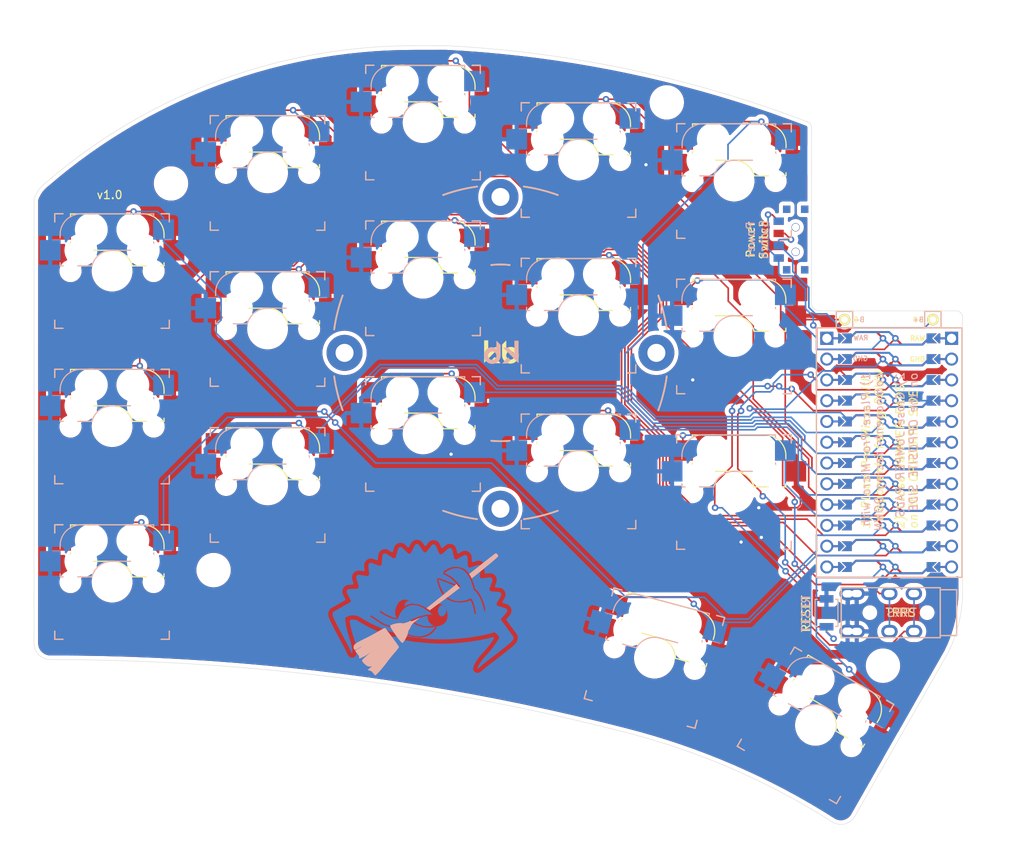
<source format=kicad_pcb>
(kicad_pcb (version 20211014) (generator pcbnew)
  (layers (0 "F.Cu" signal) (31 "B.Cu" signal) (34 "B.Paste" user) (35 "F.Paste" user) (36 "B.SilkS" user "B.Silkscreen") (37 "F.SilkS" user "F.Silkscreen") (38 "B.Mask" user) (39 "F.Mask" user) (44 "Edge.Cuts" user))
  (net 0 "")
  (net 1 "gnd")
  (net 2 "vcc")
  (net 3 "Switch18")
  (net 4 "reset")
  (net 5 "Switch1")
  (net 6 "Switch2")
  (net 7 "Switch3")
  (net 8 "Switch4")
  (net 9 "Switch5")
  (net 10 "Switch6")
  (net 11 "Switch7")
  (net 12 "Switch8")
  (net 13 "Switch9")
  (net 14 "Switch10")
  (net 15 "Switch11")
  (net 16 "Switch12")
  (net 17 "Switch13")
  (net 18 "Switch14")
  (net 19 "Switch15")
  (net 20 "Switch16")
  (net 21 "Switch17")
  (net 22 "raw")
  (net 23 "BT+_r")
  (net 24 "Net-(SW_POWERR1-Pad1)")
  (footprint "kbd:1pin_conn" (layer "F.Cu") (at 145.288 82.931)
    (fp_text reference "Bat+r1" hide)
    (fp_text value "MountingHole_Pad" hide)
  )
  (footprint "kbd:1pin_conn" (layer "F.Cu") (at 134.493 82.931)
    (fp_text reference "BatGND1" hide)
    (fp_text value "MountingHole_Pad" hide)
  )
  (footprint "Keyswitches by Daprice:Kailh_socket_MX_reversible_sameside" (layer "F.Cu") (at 45 77)
    (fp_text reference "SW2" hide)
    (fp_text value "SW_Push" hide)
  )
  (footprint "Keyswitches by Daprice:Kailh_socket_MX_reversible_sameside" (layer "F.Cu") (at 64 65)
    (fp_text reference "SW3" hide)
    (fp_text value "SW_Push" hide)
  )
  (footprint "Keyswitches by Daprice:Kailh_socket_MX_reversible_sameside" (layer "F.Cu") (at 83 58.86)
    (fp_text reference "SW4" hide)
    (fp_text value "SW_Push" hide)
  )
  (footprint "Keyswitches by Daprice:Kailh_socket_MX_reversible_sameside" (layer "F.Cu") (at 101.994 63.432)
    (fp_text reference "SW5" hide)
    (fp_text value "SW_Push" hide)
  )
  (footprint "Keyswitches by Daprice:Kailh_socket_MX_reversible_sameside" (layer "F.Cu") (at 121 66)
    (fp_text reference "SW6" hide)
    (fp_text value "SW_Push" hide)
  )
  (footprint "Keyswitches by Daprice:Kailh_socket_MX_reversible_sameside" (layer "F.Cu") (at 45 96)
    (fp_text reference "SW8" hide)
    (fp_text value "SW_Push" hide)
  )
  (footprint "Keyswitches by Daprice:Kailh_socket_MX_reversible_sameside" (layer "F.Cu") (at 64 84.074)
    (fp_text reference "SW9" hide)
    (fp_text value "SW_Push" hide)
  )
  (footprint "Keyswitches by Daprice:Kailh_socket_MX_reversible_sameside" (layer "F.Cu") (at 83 77.878)
    (fp_text reference "SW10" hide)
    (fp_text value "SW_Push" hide)
  )
  (footprint "Keyswitches by Daprice:Kailh_socket_MX_reversible_sameside" (layer "F.Cu") (at 102 82.45)
    (fp_text reference "SW11" hide)
    (fp_text value "SW_Push" hide)
  )
  (footprint "Keyswitches by Daprice:Kailh_socket_MX_reversible_sameside" (layer "F.Cu") (at 120.98 84.99)
    (fp_text reference "SW12" hide)
    (fp_text value "SW_Push" hide)
  )
  (footprint "Keyswitches by Daprice:Kailh_socket_MX_reversible_sameside" (layer "F.Cu") (at 45 115)
    (fp_text reference "SW14" hide)
    (fp_text value "SW_Push" hide)
  )
  (footprint "Keyswitches by Daprice:Kailh_socket_MX_reversible_sameside" (layer "F.Cu") (at 64.008 103.124)
    (fp_text reference "SW15" hide)
    (fp_text value "SW_Push" hide)
  )
  (footprint "Keyswitches by Daprice:Kailh_socket_MX_reversible_sameside" (layer "F.Cu") (at 102 101.468)
    (fp_text reference "SW17" hide)
    (fp_text value "SW_Push" hide)
  )
  (footprint "Keyswitches by Daprice:Kailh_socket_MX_reversible_sameside" (layer "F.Cu") (at 130.95 132.504 -30)
    (fp_text reference "SW20" hide)
    (fp_text value "SW_Push" hide)
  )
  (footprint "Keyswitches by Daprice:Kailh_socket_MX_reversible_sameside" (layer "F.Cu") (at 111.272 124.288 -15)
    (fp_text reference "SW21" hide)
    (fp_text value "SW_Push" hide)
  )
  (footprint "kbd:Tenting_Puck2" (layer "F.Cu") (at 92.456 86.995)
    (fp_text reference "REF**")
    (fp_text value "Tenting Puck")
  )
  (footprint "kbd:SW_SPST_B3U-1000P" (layer "F.Cu") (at 132.291 118.758 -90)
    (fp_text reference "RST_B" hide)
    (fp_text value "SW_Push")
  )
  (footprint "Keyswitches by Daprice:Kailh_socket_MX_reversible_sameside" (layer "F.Cu") (at 120.98 104.008)
    (fp_text reference "SW18" hide)
    (fp_text value "SW_Push" hide)
  )
  (footprint "Promicro-Jumpers:ProMicro_facedown" (layer "F.Cu") (at 139.954 99.187 -90)
    (fp_text reference "U1" hide)
    (fp_text value "ProMicro-kbd" hide)
  )
  (footprint "Kailh:TRRS-PJ-DPB2" (layer "F.Cu") (at 146.19 118.734 -90)
    (fp_text reference "J2")
    (fp_text value "AudioJack4dpb" hide)
  )
  (footprint "Keyswitches by Daprice:Kailh_socket_MX_reversible_sameside" (layer "F.Cu") (at 83 96.896)
    (fp_text reference "SW16" hide)
    (fp_text value "SW_Push" hide)
  )
  (footprint "MountingHole:MountingHole_3.2mm_M3" (layer "F.Cu") (at 52.197 66.294)
    (fp_text reference "Mounting 04" hide)
    (fp_text value "MountingHole_3.2mm_M3")
  )
  (footprint "MountingHole:MountingHole_3.2mm_M3" (layer "F.Cu") (at 57.404 113.538)
    (fp_text reference "Mounting 03" hide)
    (fp_text value "MountingHole_3.2mm_M3")
  )
  (footprint "Kailh:SPDT_C128955r" (layer "F.Cu") (at 128.524 73.152 -90)
    (fp_text reference "SW_POWERR_BK" hide)
    (fp_text value "SW_SPDT")
  )
  (footprint "MountingHole:MountingHole_3.2mm_M3" (layer "F.Cu") (at 139.192 125.222)
    (fp_text reference "Mounting 02" hide)
    (fp_text value "MountingHole_3.2mm_M3")
  )
  (footprint "MountingHole:MountingHole_3.2mm_M3" (layer "F.Cu") (at 112.776 56.388)
    (fp_text reference "Mounting 01" hide)
    (fp_text value "MountingHole_3.2mm_M3")
  )
  (footprint "Kailh:SPDT_C128955" (layer "B.Cu") (at 128.524 73.152 90)
    (fp_text reference "SW_POWERR1" hide)
    (fp_text value "SW_SPDT")
  )
  (footprint "kbd:SW_SPST_B3U-1000P" (layer "B.Cu") (at 132.289 118.758 -90)
    (fp_text reference "RST_F" hide)
    (fp_text value "SW_Push")
  )
  (footprint "Kailh:ferris_broom" (layer "B.Cu") (at 84.455 118.745 173)
    (fp_text reference "G***" hide)
    (fp_text value "LOGO" hide)
  )
  (gr_arc (start 148.162 81.866) (mid 148.69233 82.08567) (end 148.912 82.616) (layer "Edge.Cuts") (width 0.05))
  (gr_line (start 131.458 81.868917) (end 148.162 81.866) (layer "Edge.Cuts") (width 0.05))
  (gr_line (start 147.161679 123.613657) (end 135.71 143.699265) (layer "Edge.Cuts") (width 0.05))
  (gr_arc (start 148.924 116.248) (mid 148.462831 120.031316) (end 147.161679 123.613657) (layer "Edge.Cuts") (width 0.05))
  (gr_line (start 148.912 82.616) (end 148.912 113.7285) (layer "Edge.Cuts") (width 0.05))
  (gr_line (start 148.912 113.7285) (end 148.924 116.248) (layer "Edge.Cuts") (width 0.05))
  (gr_arc (start 131.458 81.868917) (mid 130.750893 81.576024) (end 130.458 80.868917) (layer "Edge.Cuts") (width 0.05))
  (gr_line (start 130.458 80.868917) (end 130.463 59.473) (layer "Edge.Cuts") (width 0.05))
  (gr_arc (start 35.465859 68.23732) (mid 36.022742 67.119147) (end 36.893 66.223) (layer "Edge.Cuts") (width 0.05))
  (gr_arc (start 85.843227 49.463504) (mid 108.303644 52.385453) (end 130.028245 58.79247) (layer "Edge.Cuts") (width 0.05))
  (gr_line (start 37.768 124.474571) (end 37.493002 124.473917) (layer "Edge.Cuts") (width 0.05))
  (gr_arc (start 107.797707 133.384137) (mid 120.821222 137.841207) (end 132.978 144.298) (layer "Edge.Cuts") (width 0.05))
  (gr_arc (start 37.768 124.474571) (mid 73.062876 126.72836) (end 107.797707 133.384137) (layer "Edge.Cuts") (width 0.05))
  (gr_arc (start 37.493002 124.473917) (mid 36.080534 123.924716) (end 35.458001 122.542999) (layer "Edge.Cuts") (width 0.05))
  (gr_arc (start 135.71 143.699265) (mid 134.468995 144.56898) (end 132.978 144.298) (layer "Edge.Cuts") (width 0.05))
  (gr_arc (start 130.028245 58.79247) (mid 130.345034 59.069226) (end 130.463 59.473) (layer "Edge.Cuts") (width 0.05))
  (gr_line (start 35.465859 68.23732) (end 35.458001 122.542999) (layer "Edge.Cuts") (width 0.05))
  (gr_line (start 85.843227 49.463504) (end 81.868 49.468) (layer "Edge.Cuts") (width 0.05))
  (gr_arc (start 36.893 66.223) (mid 57.870705 53.792798) (end 81.868 49.468) (layer "Edge.Cuts") (width 0.05))
  (gr_text "1) Place Pro-Micro with\ncomponents facing DOWN" (at 137.922 89.281 90) (layer "B.SilkS") (effects (font (size 1 1) (thickness 0.15) italic) (justify left mirror)))
  (gr_text "2) Close JUMPER PADS\non the OPPOSITE SIDE" (at 142.113 89.281 90) (layer "B.SilkS") (effects (font (size 1 1) (thickness 0.15) italic) (justify left mirror)))
  (gr_text "B+" (at 143.51 82.931) (layer "B.SilkS") (effects (font (size 0.6 0.6) (thickness 0.1)) (justify mirror)))
  (gr_text "Power\nSwitch" (at 123.825 73.152 90) (layer "B.SilkS") (effects (font (size 1 1)) (justify mirror)))
  (gr_text "GND" (at 135.4455 87.6935) (layer "B.SilkS") (effects (font (size 0.6 0.6) (thickness 0.12)) (justify right mirror)))
  (gr_text "RAW" (at 135.509 85.1535) (layer "B.SilkS") (effects (font (size 0.6 0.6) (thickness 0.12)) (justify right mirror)))
  (gr_text "B-" (at 136.271 82.931) (layer "B.SilkS") (effects (font (size 0.6 0.6) (thickness 0.1)) (justify mirror)))
  (gr_text "GND" (at 144.399 87.757) (layer "F.SilkS") (effects (font (size 0.6 0.6) (thickness 0.12)) (justify right)))
  (gr_text "B+" (at 143.51 82.931) (layer "F.SilkS") (effects (font (size 0.6 0.6) (thickness 0.1))))
  (gr_text "1) Place Pro-Micro with\ncomponents facing DOWN" (at 137.922 108.585 90) (layer "F.SilkS") (effects (font (size 1 1) (thickness 0.15) italic) (justify left)))
  (gr_text "v1.0" (at 44.704 67.691) (layer "F.SilkS") (effects (font (size 1 1))))
  (gr_text "2) Close JUMPER PADS\non the OPPOSITE SIDE" (at 142.113 108.585 90) (layer "F.SilkS") (effects (font (size 1 1) (thickness 0.15) italic) (justify left)))
  (gr_text "B-" (at 136.271 82.931) (layer "F.SilkS") (effects (font (size 0.6 0.6) (thickness 0.1))))
  (gr_text "Power\nSwitch" (at 123.825 73.152 90) (layer "F.SilkS") (effects (font (size 1 1))))
  (gr_text "RAW" (at 144.399 85.217) (layer "F.SilkS") (effects (font (size 0.6 0.6) (thickness 0.12)) (justify right)))
  (segment (start 128.54 101.468) (end 128.54 102.918) (width 0.2) (layer "F.Cu") (net 1))
  (segment (start 129.021 82.931) (end 128.54 82.45) (width 0.2) (layer "F.Cu") (net 1))
  (segment (start 139.192 89.281) (end 139.192 90.297) (width 0.2) (layer "F.Cu") (net 1))
  (segment (start 132.122999 89.196999) (end 134.027999 89.196999) (width 0.2) (layer "F.Cu") (net 1))
  (segment (start 128.54 102.918) (end 129.110026 103.488026) (width 0.2) (layer "F.Cu") (net 1))
  (segment (start 129.110026 103.488026) (end 129.110026 105.542476) (width 0.2) (layer "F.Cu") (net 1))
  (segment (start 128.54 82.45) (end 128.54 85.614) (width 0.2) (layer "F.Cu") (net 1))
  (segment (start 134.493 82.931) (end 129.021 82.931) (width 0.2) (layer "F.Cu") (net 1))
  (segment (start 128.734502 105.918) (end 124.0155 105.918) (width 0.2) (layer "F.Cu") (net 1))
  (segment (start 129.110026 105.542476) (end 128.734502 105.918) (width 0.2) (layer "F.Cu") (net 1))
  (segment (start 128.54 85.614) (end 132.122999 89.196999) (width 0.2) (layer "F.Cu") (net 1))
  (segment (start 140.716 87.757) (end 139.192 89.281) (width 0.2) (layer "F.Cu") (net 1))
  (segment (start 134.027999 89.196999) (end 135.128 90.297) (width 0.2) (layer "F.Cu") (net 1))
  (via (at 110.236 64.008) (size 0.8) (drill 0.4) (layers "F.Cu" "B.Cu") (net 1))
  (via (at 121.8565 110.109) (size 0.8) (drill 0.4) (layers "F.Cu" "B.Cu") (net 1))
  (via (at 86.4235 99.3775) (size 0.8) (drill 0.4) (layers "F.Cu" "B.Cu") (net 1))
  (via (at 124.0155 105.918) (size 0.8) (drill 0.4) (layers "F.Cu" "B.Cu") (net 1))
  (via (at 115.951 90.297) (size 0.8) (drill 0.4) (layers "F.Cu" "B.Cu") (net 1))
  (via (at 124.333 109.5375) (size 0.8) (drill 0.4) (layers "F.Cu" "B.Cu") (net 1))
  (segment (start 124.0155 109.22) (end 124.333 109.5375) (width 0.2) (layer "B.Cu") (net 1))
  (segment (start 139.192 90.297) (end 141.732 92.837) (width 0.2) (layer "B.Cu") (net 1))
  (segment (start 141.732 92.837) (end 144.78 92.837) (width 0.2) (layer "B.Cu") (net 1))
  (segment (start 124.0155 105.918) (end 124.0155 109.22) (width 0.2) (layer "B.Cu") (net 1))
  (segment (start 132.674998 122.682) (end 140.142 122.682) (width 0.2) (layer "F.Cu") (net 2))
  (segment (start 120.756533 94.08796) (end 120.756533 100.836493) (width 0.2) (layer "F.Cu") (net 2))
  (segment (start 141.79 121.034) (end 142.99 121.034) (width 0.2) (layer "F.Cu") (net 2))
  (segment (start 131.064 94.0435) (end 130.683 94.0435) (width 0.2) (layer "F.Cu") (net 2))
  (segment (start 118.636579 102.956447) (end 118.636579 105.873079) (width 0.2) (layer "F.Cu") (net 2))
  (segment (start 127.295246 113.674149) (end 129.58449 115.963393) (width 0.2) (layer "F.Cu") (net 2))
  (segment (start 118.636579 105.873079) (end 118.6815 105.918) (width 0.2) (layer "F.Cu") (net 2))
  (segment (start 125.107129 91.071129) (end 125.095 91.059) (width 0.2) (layer "F.Cu") (net 2))
  (segment (start 140.142 122.682) (end 141.79 121.034) (width 0.2) (layer "F.Cu") (net 2))
  (segment (start 120.756533 100.836493) (end 118.636579 102.956447) (width 0.2) (layer "F.Cu") (net 2))
  (segment (start 139.5095 94.0435) (end 131.064 94.0435) (width 0.2) (layer "F.Cu") (net 2))
  (segment (start 130.683 94.0435) (end 128.043425 91.403925) (width 0.2) (layer "F.Cu") (net 2))
  (segment (start 126.495012 91.071129) (end 125.107129 91.071129) (width 0.2) (layer "F.Cu") (net 2))
  (segment (start 129.58449 119.591492) (end 132.674998 122.682) (width 0.2) (layer "F.Cu") (net 2))
  (segment (start 140.716 92.837) (end 139.5095 94.0435) (width 0.2) (layer "F.Cu") (net 2))
  (segment (start 129.58449 115.963393) (end 129.58449 119.591492) (width 0.2) (layer "F.Cu") (net 2))
  (via (at 125.095 91.059) (size 0.8) (drill 0.4) (layers "F.Cu" "B.Cu") (net 2))
  (via (at 126.495012 91.071129) (size 0.8) (drill 0.4) (layers "F.Cu" "B.Cu") (net 2))
  (via (at 128.043425 91.403925) (size 0.8) (drill 0.4) (layers "F.Cu" "B.Cu") (net 2))
  (via (at 120.756533 94.08796) (size 0.8) (drill 0.4) (layers "F.Cu" "B.Cu") (net 2))
  (via (at 127.295246 113.674149) (size 0.8) (drill 0.4) (layers "F.Cu" "B.Cu") (net 2))
  (via (at 118.6815 105.918) (size 0.8) (drill 0.4) (layers "F.Cu" "B.Cu") (net 2))
  (segment (start 142.99 121.034) (end 142.99 116.424) (width 0.2) (layer "B.Cu") (net 2))
  (segment (start 119.539097 105.918) (end 127.295246 113.674149) (width 0.2) (layer "B.Cu") (net 2))
  (segment (start 120.756533 93.522275) (end 123.219808 91.059) (width 0.2) (layer "B.Cu") (net 2))
  (segment (start 142.99 116.424) (end 142.97 116.404) (width 0.2) (layer "B.Cu") (net 2))
  (segment (start 123.219808 91.059) (end 124.529315 91.059) (width 0.2) (layer "B.Cu") (net 2))
  (segment (start 124.529315 91.059) (end 125.095 91.059) (width 0.2) (layer "B.Cu") (net 2))
  (segment (start 118.6815 105.918) (end 119.539097 105.918) (width 0.2) (layer "B.Cu") (net 2))
  (segment (start 126.827808 91.403925) (end 126.495012 91.071129) (width 0.2) (layer "B.Cu") (net 2))
  (segment (start 128.043425 91.403925) (end 126.827808 91.403925) (width 0.2) (layer "B.Cu") (net 2))
  (segment (start 120.756533 94.08796) (end 120.756533 93.522275) (width 0.2) (layer "B.Cu") (net 2))
  (segment (start 128.410025 104.64079) (end 126.9365 103.167265) (width 0.2) (layer "F.Cu") (net 3))
  (segment (start 128.410025 105.206475) (end 128.410025 104.64079) (width 0.2) (layer "F.Cu") (net 3))
  (segment (start 123.363201 93.772201) (end 122.919251 93.772201) (width 0.2) (layer "F.Cu") (net 3))
  (segment (start 128.410025 112.762975) (end 130.95104 115.30399) (width 0.2) (layer "F.Cu") (net 3))
  (segment (start 130.95104 115.30399) (end 137.66999 115.30399) (width 0.2) (layer "F.Cu") (net 3))
  (segment (start 138.77 116.404) (end 139.97 116.404) (width 0.2) (layer "F.Cu") (net 3))
  (segment (start 126.9365 97.3455) (end 123.363201 93.772201) (width 0.2) (layer "F.Cu") (net 3))
  (segment (start 126.9365 103.167265) (end 126.9365 97.3455) (width 0.2) (layer "F.Cu") (net 3))
  (segment (start 137.66999 115.30399) (end 138.77 116.404) (width 0.2) (layer "F.Cu") (net 3))
  (via (at 122.919251 93.772201) (size 0.8) (drill 0.4) (layers "F.Cu" "B.Cu") (net 3))
  (via (at 128.410025 112.762975) (size 0.8) (drill 0.4) (layers "F.Cu" "B.Cu") (net 3))
  (via (at 128.410025 105.206475) (size 0.8) (drill 0.4) (layers "F.Cu" "B.Cu") (net 3))
  (segment (start 139.99 121.034) (end 139.99 116.424) (width 0.2) (layer "B.Cu") (net 3))
  (segment (start 128.410025 112.762975) (end 128.410025 105.206475) (width 0.2) (layer "B.Cu") (net 3))
  (segment (start 138.29199 88.65701) (end 133.33899 88.65701) (width 0.2) (layer "B.Cu") (net 3))
  (segment (start 132.799001 89.196999) (end 131.805999 89.196999) (width 0.2) (layer "B.Cu") (net 3))
  (segment (start 123.024039 93.876989) (end 127.126009 93.876989) (width 0.2) (layer "B.Cu") (net 3))
  (segment (start 133.33899 88.65701) (end 132.799001 89.196999) (width 0.2) (layer "B.Cu") (net 3))
  (segment (start 139.99 116.424) (end 139.97 116.404) (width 0.2) (layer "B.Cu") (net 3))
  (segment (start 122.919251 93.772201) (end 123.024039 93.876989) (width 0.2) (layer "B.Cu") (net 3))
  (segment (start 131.805999 89.196999) (end 127.126009 93.876989) (width 0.2) (layer "B.Cu") (net 3))
  (segment (start 139.192 87.757) (end 138.29199 88.65701) (width 0.2) (layer "B.Cu") (net 3))
  (segment (start 129.9845 119.3165) (end 131.126 120.458) (width 0.2) (layer "F.Cu") (net 4))
  (segment (start 131.126 120.458) (end 132.291 120.458) (width 0.2) (layer "F.Cu") (net 4))
  (segment (start 132.291 120.458) (end 132.291 121.0515) (width 0.2) (layer "F.Cu") (net 4))
  (segment (start 139.5095 91.5035) (end 131.064 91.5035) (width 0.2) (layer "F.Cu") (net 4))
  (segment (start 131.064 90.3605) (end 130.358274 89.654774) (width 0.2) (layer "F.Cu") (net 4))
  (segment (start 124.254797 104.264997) (end 124.254797 103.960197) (width 0.2) (layer "F.Cu") (net 4))
  (segment (start 140.716 90.297) (end 139.5095 91.5035) (width 0.2) (layer "F.Cu") (net 4))
  (segment (start 124.254797 103.960197) (end 121.456501 101.161901) (width 0.2) (layer "F.Cu") (net 4))
  (segment (start 129.9845 115.373452) (end 129.9845 119.3165) (width 0.2) (layer "F.Cu") (net 4))
  (segment (start 127.248922 112.591822) (end 127.248922 112.637874) (width 0.2) (layer "F.Cu") (net 4))
  (segment (start 124.5108 104.521) (end 124.254797 104.264997) (width 0.2) (layer "F.Cu") (net 4))
  (segment (start 132.291 121.0515) (end 133.1595 121.92) (width 0.2) (layer "F.Cu") (net 4))
  (segment (start 131.064 91.5035) (end 131.064 90.3605) (width 0.2) (layer "F.Cu") (net 4))
  (segment (start 121.456501 94.487959) (end 121.8565 94.08796) (width 0.2) (layer "F.Cu") (net 4))
  (segment (start 121.456501 101.161901) (end 121.456501 94.487959) (width 0.2) (layer "F.Cu") (net 4))
  (segment (start 127.248922 112.637874) (end 129.9845 115.373452) (width 0.2) (layer "F.Cu") (net 4))
  (via (at 133.1595 121.92) (size 0.8) (drill 0.4) (layers "F.Cu" "B.Cu") (net 4))
  (via (at 130.358274 89.654774) (size 0.8) (drill 0.4) (layers "F.Cu" "B.Cu") (net 4))
  (via (at 124.5108 104.521) (size 0.8) (drill 0.4) (layers "F.Cu" "B.Cu") (net 4))
  (via (at 127.248922 112.591822) (size 0.8) (drill 0.4) (layers "F.Cu" "B.Cu") (net 4))
  (via (at 121.8565 94.08796) (size 0.8) (drill 0.4) (layers "F.Cu" "B.Cu") (net 4))
  (segment (start 125.431002 91.759002) (end 123.619773 91.759002) (width 0.2) (layer "B.Cu") (net 4))
  (segment (start 127.248922 106.963436) (end 127.248922 112.591822) (width 0.2) (layer "B.Cu") (net 4))
  (segment (start 132.289 121.108) (end 132.289 120.458) (width 0.2) (layer "B.Cu") (net 4))
  (segment (start 132.701001 121.520001) (end 132.289 121.108) (width 0.2) (layer "B.Cu") (net 4))
  (segment (start 132.759501 121.520001) (end 132.701001 121.520001) (width 0.2) (layer "B.Cu") (net 4))
  (segment (start 125.795002 91.395002) (end 125.431002 91.759002) (width 0.2) (layer "B.Cu") (net 4))
  (segment (start 125.795002 90.722998) (end 125.795002 91.395002) (width 0.2) (layer "B.Cu") (net 4))
  (segment (start 124.806486 104.521) (end 127.248922 106.963436) (width 0.2) (layer "B.Cu") (net 4))
  (segment (start 121.8565 93.522275) (end 121.8565 94.08796) (width 0.2) (layer "B.Cu") (net 4))
  (segment (start 124.5108 104.521) (end 124.806486 104.521) (width 0.2) (layer "B.Cu") (net 4))
  (segment (start 130.358274 89.654774) (end 126.863226 89.654774) (width 0.2) (layer "B.Cu") (net 4))
  (segment (start 126.863226 89.654774) (end 125.795002 90.722998) (width 0.2) (layer "B.Cu") (net 4))
  (segment (start 133.1595 121.92) (end 132.759501 121.520001) (width 0.2) (layer "B.Cu") (net 4))
  (segment (start 123.619773 91.759002) (end 121.8565 93.522275) (width 0.2) (layer "B.Cu") (net 4))
  (segment (start 38.71 71.92) (end 38.735 71.92) (width 0.2) (layer "F.Cu") (net 5))
  (segment (start 38.735 71.92) (end 40.932 69.723) (width 0.2) (layer "F.Cu") (net 5))
  (segment (start 70.9295 94.167499) (end 70.9295 94.1705) (width 0.2) (layer "F.Cu") (net 5))
  (segment (start 70.9295 94.1705) (end 72.263 95.504) (width 0.2) (layer "F.Cu") (net 5))
  (segment (start 40.932 69.723) (end 47.625 69.723) (width 0.2) (layer "F.Cu") (net 5))
  (via (at 47.625 69.723) (size 0.8) (drill 0.4) (layers "F.Cu" "B.Cu") (net 5))
  (via (at 72.263 95.504) (size 0.8) (drill 0.4) (layers "F.Cu" "B.Cu") (net 5))
  (via (at 70.9295 94.167499) (size 0.8) (drill 0.4) (layers "F.Cu" "B.Cu") (net 5))
  (segment (start 51.29 71.92) (end 51.29 73.37) (width 0.2) (layer "B.Cu") (net 5))
  (segment (start 107.7849 116.8654) (end 117.375578 116.8654) (width 0.2) (layer "B.Cu") (net 5))
  (segment (start 58.3184 80.3984) (end 58.3184 82.977947) (width 0.2) (layer "B.Cu") (net 5))
  (segment (start 57.719579 84.576913) (end 67.310165 94.167499) (width 0.2) (layer "B.Cu") (net 5))
  (segment (start 58.3184 82.977947) (end 57.719579 83.576768) (width 0.2) (layer "B.Cu") (net 5))
  (segment (start 122.740573 119.517729) (end 131.064 111.194302) (width 0.2) (layer "B.Cu") (net 5))
  (segment (start 50.543 69.723) (end 51.29 70.47) (width 0.2) (layer "B.Cu") (net 5))
  (segment (start 117.375578 116.8654) (end 120.027907 119.517729) (width 0.2) (layer "B.Cu") (net 5))
  (segment (start 57.719579 83.576768) (end 57.719579 84.576913) (width 0.2) (layer "B.Cu") (net 5))
  (segment (start 131.064 109.2835) (end 137.9855 109.2835) (width 0.2) (layer "B.Cu") (net 5))
  (segment (start 77.216 100.457) (end 91.3765 100.457) (width 0.2) (layer "B.Cu") (net 5))
  (segment (start 51.29 70.47) (end 51.29 71.92) (width 0.2) (layer "B.Cu") (net 5))
  (segment (start 51.29 73.37) (end 58.3184 80.3984) (width 0.2) (layer "B.Cu") (net 5))
  (segment (start 47.625 69.723) (end 50.543 69.723) (width 0.2) (layer "B.Cu") (net 5))
  (segment (start 72.263 95.504) (end 77.216 100.457) (width 0.2) (layer "B.Cu") (net 5))
  (segment (start 137.9855 109.2835) (end 139.192 108.077) (width 0.2) (layer "B.Cu") (net 5))
  (segment (start 120.027907 119.517729) (end 122.740573 119.517729) (width 0.2) (layer "B.Cu") (net 5))
  (segment (start 91.3765 100.457) (end 107.7849 116.8654) (width 0.2) (layer "B.Cu") (net 5))
  (segment (start 131.064 111.194302) (end 131.064 109.2835) (width 0.2) (layer "B.Cu") (net 5))
  (segment (start 67.310165 94.167499) (end 70.9295 94.167499) (width 0.2) (layer "B.Cu") (net 5))
  (segment (start 60.3145 57.3405) (end 67.1195 57.3405) (width 0.2) (layer "F.Cu") (net 6))
  (segment (start 139.36301 104.34999) (end 131.08349 104.34999) (width 0.2) (layer "F.Cu") (net 6))
  (segment (start 140.716 102.997) (end 139.36301 104.34999) (width 0.2) (layer "F.Cu") (net 6))
  (segment (start 77.20999 65.044988) (end 69.505502 57.3405) (width 0.2) (layer "F.Cu") (net 6))
  (segment (start 131.08349 104.34999) (end 130.115001 103.381501) (width 0.2) (layer "F.Cu") (net 6))
  (segment (start 120.329166 91.1225) (end 112.735041 83.528375) (width 0.2) (layer "F.Cu") (net 6))
  (segment (start 121.2792 91.1225) (end 120.329166 91.1225) (width 0.2) (layer "F.Cu") (net 6))
  (segment (start 108.134766 73.156969) (end 101.93367 73.156969) (width 0.2) (layer "F.Cu") (net 6))
  (segment (start 130.115001 103.381501) (end 130.115001 99.958301) (width 0.2) (layer "F.Cu") (net 6))
  (segment (start 67.685185 57.3405) (end 67.1195 57.3405) (width 0.2) (layer "F.Cu") (net 6))
  (segment (start 112.735041 83.528375) (end 112.735041 77.757244) (width 0.2) (layer "F.Cu") (net 6))
  (segment (start 93.82169 65.044988) (end 77.20999 65.044988) (width 0.2) (layer "F.Cu") (net 6))
  (segment (start 112.735041 77.757244) (end 108.134766 73.156969) (width 0.2) (layer "F.Cu") (net 6))
  (segment (start 57.735 59.92) (end 60.3145 57.3405) (width 0.2) (layer "F.Cu") (net 6))
  (segment (start 130.115001 99.958301) (end 121.2792 91.1225) (width 0.2) (layer "F.Cu") (net 6))
  (segment (start 69.505502 57.3405) (end 67.685185 57.3405) (width 0.2) (layer "F.Cu") (net 6))
  (segment (start 57.71 59.92) (end 57.735 59.92) (width 0.2) (layer "F.Cu") (net 6))
  (segment (start 101.93367 73.156969) (end 93.82169 65.044988) (width 0.2) (layer "F.Cu") (net 6))
  (via (at 67.1195 57.3405) (size 0.8) (drill 0.4) (layers "F.Cu" "B.Cu") (net 6))
  (segment (start 67.1195 57.3405) (end 69.699 59.92) (width 0.2) (layer "B.Cu") (net 6))
  (segment (start 69.699 59.92) (end 70.29 59.92) (width 0.2) (layer "B.Cu") (net 6))
  (segment (start 131.08349 101.80999) (end 130.515012 101.241512) (width 0.2) (layer "F.Cu") (net 7))
  (segment (start 76.71 53.78) (end 76.735 53.78) (width 0.2) (layer "F.Cu") (net 7))
  (segment (start 76.735 53.78) (end 79.207 51.308) (width 0.2) (layer "F.Cu") (net 7))
  (segment (start 139.36301 101.80999) (end 131.08349 101.80999) (width 0.2) (layer "F.Cu") (net 7))
  (segment (start 120.289521 80.676098) (end 120.289521 79.095519) (width 0.2) (layer "F.Cu") (net 7))
  (segment (start 103.931956 72.756958) (end 88.659521 57.484523) (width 0.2) (layer "F.Cu") (net 7))
  (segment (start 88.659521 52.972521) (end 86.995 51.308) (width 0.2) (layer "F.Cu") (net 7))
  (segment (start 120.289521 79.095519) (end 118.551236 77.357234) (width 0.2) (layer "F.Cu") (net 7))
  (segment (start 130.515012 101.241512) (end 130.515012 99.792612) (width 0.2) (layer "F.Cu") (net 7))
  (segment (start 79.207 51.308) (end 86.995 51.308) (width 0.2) (layer "F.Cu") (net 7))
  (segment (start 140.716 100.457) (end 139.36301 101.80999) (width 0.2) (layer "F.Cu") (net 7))
  (segment (start 130.515012 99.792612) (end 123.3424 92.62) (width 0.2) (layer "F.Cu") (net 7))
  (segment (start 123.3424 92.62) (end 123.3424 83.728977) (width 0.2) (layer "F.Cu") (net 7))
  (segment (start 108.300455 72.756958) (end 103.931956 72.756958) (width 0.2) (layer "F.Cu") (net 7))
  (segment (start 118.551236 77.357234) (end 112.90073 77.357233) (width 0.2) (layer "F.Cu") (net 7))
  (segment (start 88.659521 57.484523) (end 88.659521 52.972521) (width 0.2) (layer "F.Cu") (net 7))
  (segment (start 123.3424 83.728977) (end 120.289521 80.676098) (width 0.2) (layer "F.Cu") (net 7))
  (segment (start 112.90073 77.357233) (end 108.300455 72.756958) (width 0.2) (layer "F.Cu") (net 7))
  (via (at 86.995 51.308) (size 0.8) (drill 0.4) (layers "F.Cu" "B.Cu") (net 7))
  (segment (start 89.29 53.603) (end 89.29 53.78) (width 0.2) (layer "B.Cu") (net 7))
  (segment (start 86.995 51.308) (end 89.29 53.603) (width 0.2) (layer "B.Cu") (net 7))
  (segment (start 98.074 56.007) (end 105.3465 56.007) (width 0.2) (layer "F.Cu") (net 8))
  (segment (start 140.716 97.917) (end 139.36301 99.26999) (width 0.2) (layer "F.Cu") (net 8))
  (segment (start 127.260421 85.487232) (end 127.260421 84.309021) (width 0.2) (layer "F.Cu") (net 8))
  (segment (start 113.066418 66.792416) (end 113.066418 61.339416) (width 0.2) (layer "F.Cu") (net 8))
  (segment (start 95.729 58.352) (end 98.074 56.007) (width 0.2) (layer "F.Cu") (net 8))
  (segment (start 126.6952 80.421198) (end 113.066418 66.792416) (width 0.2) (layer "F.Cu") (net 8))
  (segment (start 127.260421 84.309021) (end 126.6952 83.7438) (width 0.2) (layer "F.Cu") (net 8))
  (segment (start 107.734002 56.007) (end 105.3465 56.007) (width 0.2) (layer "F.Cu") (net 8))
  (segment (start 139.36301 99.26999) (end 131.08349 99.26999) (width 0.2) (layer "F.Cu") (net 8))
  (segment (start 95.704 58.352) (end 95.729 58.352) (width 0.2) (layer "F.Cu") (net 8))
  (segment (start 126.6952 83.7438) (end 126.6952 80.421198) (width 0.2) (layer "F.Cu") (net 8))
  (segment (start 127.254 95.4405) (end 127.254 85.493653) (width 0.2) (layer "F.Cu") (net 8))
  (segment (start 113.066418 61.339416) (end 107.734002 56.007) (width 0.2) (layer "F.Cu") (net 8))
  (segment (start 127.254 85.493653) (end 127.260421 85.487232) (width 0.2) (layer "F.Cu") (net 8))
  (segment (start 131.08349 99.26999) (end 127.254 95.4405) (width 0.2) (layer "F.Cu") (net 8))
  (via (at 105.3465 56.007) (size 0.8) (drill 0.4) (layers "F.Cu" "B.Cu") (net 8))
  (segment (start 107.6915 58.352) (end 108.284 58.352) (width 0.2) (layer "B.Cu") (net 8))
  (segment (start 105.3465 56.007) (end 107.6915 58.352) (width 0.2) (layer "B.Cu") (net 8))
  (segment (start 116.9175 58.7375) (end 124.333 58.7375) (width 0.2) (layer "F.Cu") (net 9))
  (segment (start 114.735 60.92) (end 116.9175 58.7375) (width 0.2) (layer "F.Cu") (net 9))
  (segment (start 114.71 60.92) (end 114.735 60.92) (width 0.2) (layer "F.Cu") (net 9))
  (via (at 124.333 58.7375) (size 0.8) (drill 0.4) (layers "F.Cu" "B.Cu") (net 9))
  (segment (start 107.696 91.031902) (end 111.452058 94.78796) (width 0.2) (layer "B.Cu") (net 9))
  (segment (start 122.893244 94.78796) (end 123.404205 94.276999) (width 0.2) (layer "B.Cu") (net 9))
  (segment (start 109.865001 84.935997) (end 107.696 87.104998) (width 0.2) (layer "B.Cu") (net 9))
  (segment (start 124.333 58.7375) (end 123.058498 58.7375) (width 0.2) (layer "B.Cu") (net 9))
  (segment (start 123.058498 58.7375) (end 120.260001 61.535997) (width 0.2) (layer "B.Cu") (net 9))
  (segment (start 126.5155 60.92) (end 127.29 60.92) (width 0.2) (layer "B.Cu") (net 9))
  (segment (start 120.260001 63.376212) (end 109.865001 73.771212) (width 0.2) (layer "B.Cu") (net 9))
  (segment (start 111.452058 94.78796) (end 122.893244 94.78796) (width 0.2) (layer "B.Cu") (net 9))
  (segment (start 107.696 87.104998) (end 107.696 91.031902) (width 0.2) (layer "B.Cu") (net 9))
  (segment (start 134.027999 94.276999) (end 135.128 95.377) (width 0.2) (layer "B.Cu") (net 9))
  (segment (start 124.333 58.7375) (end 126.5155 60.92) (width 0.2) (layer "B.Cu") (net 9))
  (segment (start 123.404205 94.276999) (end 134.027999 94.276999) (width 0.2) (layer "B.Cu") (net 9))
  (segment (start 120.260001 61.535997) (end 120.260001 63.376212) (width 0.2) (layer "B.Cu") (net 9))
  (segment (start 109.865001 73.771212) (end 109.865001 84.935997) (width 0.2) (layer "B.Cu") (net 9))
  (segment (start 93.656001 65.444999) (end 101.767981 73.55698) (width 0.2) (layer "F.Cu") (net 10))
  (segment (start 38.71 90.92) (end 38.735 90.92) (width 0.2) (layer "F.Cu") (net 10))
  (segment (start 112.33503 77.922933) (end 112.33503 82.52907) (width 0.2) (layer "F.Cu") (net 10))
  (segment (start 139.36301 106.88999) (end 140.556902 105.696098) (width 0.2) (layer "F.Cu") (net 10))
  (segment (start 117.078657 106.88999) (end 139.36301 106.88999) (width 0.2) (layer "F.Cu") (net 10))
  (segment (start 108.458 92.964) (end 113.114999 97.620999) (width 0.2) (layer "F.Cu") (net 10))
  (segment (start 38.735 90.92) (end 41.0725 88.5825) (width 0.2) (layer "F.Cu") (net 10))
  (segment (start 107.969077 73.55698) (end 112.33503 77.922933) (width 0.2) (layer "F.Cu") (net 10))
  (segment (start 140.556902 105.696098) (end 140.716 105.537) (width 0.2) (layer "F.Cu") (net 10))
  (segment (start 101.767981 73.55698) (end 107.969077 73.55698) (width 0.2) (layer "F.Cu") (net 10))
  (segment (start 108.458 86.4061) (end 108.458 92.964) (width 0.2) (layer "F.Cu") (net 10))
  (segment (start 48.387 88.5825) (end 48.387 85.251998) (width 0.2) (layer "F.Cu") (net 10))
  (segment (start 78.108499 65.444999) (end 93.656001 65.444999) (width 0.2) (layer "F.Cu") (net 10))
  (segment (start 41.0725 88.5825) (end 48.387 88.5825) (width 0.2) (layer "F.Cu") (net 10))
  (segment (start 48.387 85.251998) (end 57.267508 76.37149) (width 0.2) (layer "F.Cu") (net 10))
  (segment (start 112.33503 82.52907) (end 108.458 86.4061) (width 0.2) (layer "F.Cu") (net 10))
  (segment (start 113.114999 102.926332) (end 117.078657 106.88999) (width 0.2) (layer "F.Cu") (net 10))
  (segment (start 67.182008 76.37149) (end 78.108499 65.444999) (width 0.2) (layer "F.Cu") (net 10))
  (segment (start 113.114999 97.620999) (end 113.114999 102.926332) (width 0.2) (layer "F.Cu") (net 10))
  (segment (start 57.267508 76.37149) (end 67.182008 76.37149) (width 0.2) (layer "F.Cu") (net 10))
  (via (at 48.387 88.5825) (size 0.8) (drill 0.4) (layers "F.Cu" "B.Cu") (net 10))
  (segment (start 50.7245 90.92) (end 51.29 90.92) (width 0.2) (layer "B.Cu") (net 10))
  (segment (start 48.387 88.5825) (end 50.7245 90.92) (width 0.2) (layer "B.Cu") (net 10))
  (segment (start 131.8895 109.2835) (end 139.5095 109.2835) (width 0.2) (layer "F.Cu") (net 11))
  (segment (start 74.4855 70.104) (end 87.459502 70.104) (width 0.2) (layer "F.Cu") (net 11))
  (segment (start 94.555992 70.749296) (end 98.063677 74.256981) (width 0.2) (layer "F.Cu") (net 11))
  (segment (start 94.355187 70.548489) (end 94.555992 70.749296) (width 0.2) (layer "F.Cu") (net 11))
  (segment (start 112.714988 103.092021) (end 116.937967 107.315) (width 0.2) (layer "F.Cu") (net 11))
  (segment (start 108.057989 93.129689) (end 112.714988 97.786688) (width 0.2) (layer "F.Cu") (net 11))
  (segment (start 105.22581 73.95699) (end 107.803392 73.95699) (width 0.2) (layer "F.Cu") (net 11))
  (segment (start 139.5095 109.2835) (end 140.556902 108.236098) (width 0.2) (layer "F.Cu") (net 11))
  (segment (start 98.063677 74.256981) (end 104.925819 74.256981) (width 0.2) (layer "F.Cu") (net 11))
  (segment (start 57.735 78.994) (end 59.9575 76.7715) (width 0.2) (layer "F.Cu") (net 11))
  (segment (start 129.921 107.315) (end 131.8895 109.2835) (width 0.2) (layer "F.Cu") (net 11))
  (segment (start 59.9575 76.7715) (end 67.818 76.7715) (width 0.2) (layer "F.Cu") (net 11))
  (segment (start 87.903991 70.548489) (end 94.355187 70.548489) (width 0.2) (layer "F.Cu") (net 11))
  (segment (start 111.935023 78.088621) (end 111.935023 82.363377) (width 0.2) (layer "F.Cu") (net 11))
  (segment (start 112.714988 97.786688) (end 112.714988 103.092021) (width 0.2) (layer "F.Cu") (net 11))
  (segment (start 111.935023 82.363377) (end 108.057989 86.240411) (width 0.2) (layer "F.Cu") (net 11))
  (segment (start 140.556902 108.236098) (end 140.716 108.077) (width 0.2) (layer "F.Cu") (net 11))
  (segment (start 107.803392 73.95699) (end 111.935023 78.088621) (width 0.2) (layer "F.Cu") (net 11))
  (segment (start 57.71 78.994) (end 57.735 78.994) (width 0.2) (layer "F.Cu") (net 11))
  (segment (start 108.057989 86.240411) (end 108.057989 93.129689) (width 0.2) (layer "F.Cu") (net 11))
  (segment (start 87.459502 70.104) (end 87.903991 70.548489) (width 0.2) (layer "F.Cu") (net 11))
  (segment (start 116.937967 107.315) (end 129.921 107.315) (width 0.2) (layer "F.Cu") (net 11))
  (segment (start 67.818 76.7715) (end 74.4855 70.104) (width 0.2) (layer "F.Cu") (net 11))
  (segment (start 104.925819 74.256981) (end 105.22581 73.95699) (width 0.2) (layer "F.Cu") (net 11))
  (via (at 67.818 76.7715) (size 0.8) (drill 0.4) (layers "F.Cu" "B.Cu") (net 11))
  (segment (start 67.818 76.7715) (end 70.0405 78.994) (width 0.2) (layer "B.Cu") (net 11))
  (segment (start 70.0405 78.994) (end 70.29 78.994) (width 0.2) (layer "B.Cu") (net 11))
  (segment (start 87.267999 71.204009) (end 86.868 70.80401) (width 0.2) (layer "F.Cu") (net 12))
  (segment (start 78.9845 70.5485) (end 86.046805 70.5485) (width 0.2) (layer "F.Cu") (net 12))
  (segment (start 94.445005 71.204009) (end 87.267999 71.204009) (width 0.2) (layer "F.Cu") (net 12))
  (segment (start 86.302315 70.80401) (end 86.868 70.80401) (width 0.2) (layer "F.Cu") (net 12))
  (segment (start 116.772278 107.715011) (end 112.314977 103.25771) (width 0.2) (layer "F.Cu") (net 12))
  (segment (start 107.637703 74.357001) (end 105.391499 74.357001) (width 0.2) (layer "F.Cu") (net 12))
  (segment (start 86.046805 70.5485) (end 86.302315 70.80401) (width 0.2) (layer "F.Cu") (net 12))
  (segment (start 140.716 110.617) (end 139.573 111.76) (width 0.2) (layer "F.Cu") (net 12))
  (segment (start 131.064 111.76) (end 127.019011 107.715011) (width 0.2) (layer "F.Cu") (net 12))
  (segment (start 76.71 72.798) (end 76.735 72.798) (width 0.2) (layer "F.Cu") (net 12))
  (segment (start 127.019011 107.715011) (end 116.772278 107.715011) (width 0.2) (layer "F.Cu") (net 12))
  (segment (start 105.391499 74.357001) (end 105.091508 74.656992) (width 0.2) (layer "F.Cu") (net 12))
  (segment (start 111.535012 82.197688) (end 111.535012 78.25431) (width 0.2) (layer "F.Cu") (net 12))
  (segment (start 107.657978 86.074722) (end 111.535012 82.197688) (width 0.2) (layer "F.Cu") (net 12))
  (segment (start 107.657978 93.295378) (end 107.657978 86.074722) (width 0.2) (layer "F.Cu") (net 12))
  (segment (start 111.535012 78.25431) (end 107.637703 74.357001) (width 0.2) (layer "F.Cu") (net 12))
  (segment (start 112.314977 103.25771) (end 112.314977 97.952377) (width 0.2) (layer "F.Cu") (net 12))
  (segment (start 105.091508 74.656992) (end 97.897988 74.656992) (width 0.2) (layer "F.Cu") (net 12))
  (segment (start 112.314977 97.952377) (end 107.657978 93.295378) (width 0.2) (layer "F.Cu") (net 12))
  (segment (start 76.735 72.798) (end 78.9845 70.5485) (width 0.2) (layer "F.Cu") (net 12))
  (segment (start 97.897988 74.656992) (end 94.445005 71.204009) (width 0.2) (layer "F.Cu") (net 12))
  (segment (start 139.573 111.76) (end 131.064 111.76) (width 0.2) (layer "F.Cu") (net 12))
  (via (at 86.868 70.80401) (size 0.8) (drill 0.4) (layers "F.Cu" "B.Cu") (net 12))
  (segment (start 89.29 72.798) (end 89.265 72.798) (width 0.2) (layer "B.Cu") (net 12))
  (segment (start 87.27101 70.80401) (end 86.868 70.80401) (width 0.2) (layer "B.Cu") (net 12))
  (segment (start 89.265 72.798) (end 87.27101 70.80401) (width 0.2) (layer "B.Cu") (net 12))
  (segment (start 107.257967 85.909033) (end 111.135001 82.031999) (width 0.2) (layer "F.Cu") (net 13))
  (segment (start 95.735 77.37) (end 98.047989 75.057011) (width 0.2) (layer "F.Cu") (net 13))
  (segment (start 131.064 114.427) (end 124.752022 108.115022) (width 0.2) (layer "F.Cu") (net 13))
  (segment (start 107.772013 75.057011) (end 106.293185 75.057011) (width 0.2) (layer "F.Cu") (net 13))
  (segment (start 107.257967 93.461067) (end 107.257967 85.909033) (width 0.2) (layer "F.Cu") (net 13))
  (segment (start 111.914966 98.118066) (end 107.257967 93.461067) (width 0.2) (layer "F.Cu") (net 13))
  (segment (start 116.606589 108.115022) (end 111.914966 103.4234) (width 0.2) (layer "F.Cu") (net 13))
  (segment (start 95.71 77.37) (end 95.735 77.37) (width 0.2) (layer "F.Cu") (net 13))
  (segment (start 111.914966 103.4234) (end 111.914966 98.118066) (width 0.2) (layer "F.Cu") (net 13))
  (segment (start 111.135001 82.031999) (end 111.135001 78.419999) (width 0.2) (layer "F.Cu") (net 13))
  (segment (start 139.446 114.427) (end 131.064 114.427) (width 0.2) (layer "F.Cu") (net 13))
  (segment (start 105.161815 75.057011) (end 105.7275 75.057011) (width 0.2) (layer "F.Cu") (net 13))
  (segment (start 106.293185 75.057011) (end 105.7275 75.057011) (width 0.2) (layer "F.Cu") (net 13))
  (segment (start 140.716 113.157) (end 139.446 114.427) (width 0.2) (layer "F.Cu") (net 13))
  (segment (start 111.135001 78.419999) (end 107.772013 75.057011) (width 0.2) (layer "F.Cu") (net 13))
  (segment (start 98.047989 75.057011) (end 105.161815 75.057011) (width 0.2) (layer "F.Cu") (net 13))
  (segment (start 124.752022 108.115022) (end 116.606589 108.115022) (width 0.2) (layer "F.Cu") (net 13))
  (via (at 105.7275 75.057011) (size 0.8) (drill 0.4) (layers "F.Cu" "B.Cu") (net 13))
  (segment (start 108.265 77.37) (end 105.952011 75.057011) (width 0.2) (layer "B.Cu") (net 13))
  (segment (start 108.29 77.37) (end 108.265 77.37) (width 0.2) (layer "B.Cu") (net 13))
  (segment (start 105.952011 75.057011) (end 105.727511 75.057011) (width 0.2) (layer "B.Cu") (net 13))
  (segment (start 105.727511 75.057011) (end 105.7275 75.057011) (width 0.2) (layer "B.Cu") (net 13))
  (segment (start 114.69 79.91) (end 114.715 79.91) (width 0.2) (layer "F.Cu") (net 14))
  (segment (start 116.4565 78.1685) (end 116.5225 78.1685) (width 0.2) (layer "F.Cu") (net 14))
  (segment (start 114.715 79.91) (end 116.4565 78.1685) (width 0.2) (layer "F.Cu") (net 14))
  (via (at 116.5225 78.1685) (size 0.8) (drill 0.4) (layers "F.Cu" "B.Cu") (net 14))
  (segment (start 125.3892 78.0542) (end 127.245 79.91) (width 0.2) (layer "B.Cu") (net 14))
  (segment (start 127.245 79.91) (end 127.27 79.91) (width 0.2) (layer "B.Cu") (net 14))
  (segment (start 127.27 81.36) (end 131.07949 85.16949) (width 0.2) (layer "B.Cu") (net 14))
  (segment (start 117.088185 78.1685) (end 117.202485 78.0542) (width 0.2) (layer "B.Cu") (net 14))
  (segment (start 117.202485 78.0542) (end 125.3892 78.0542) (width 0.2) (layer "B.Cu") (net 14))
  (segment (start 116.5225 78.1685) (end 117.088185 78.1685) (width 0.2) (layer "B.Cu") (net 14))
  (segment (start 139.192 85.217) (end 137.84301 86.56599) (width 0.2) (layer "B.Cu") (net 14))
  (segment (start 137.84301 86.56599) (end 131.07949 86.56599) (width 0.2) (layer "B.Cu") (net 14))
  (segment (start 131.07949 85.16949) (end 131.07949 86.56599) (width 0.2) (layer "B.Cu") (net 14))
  (segment (start 127.27 79.91) (end 127.27 81.36) (width 0.2) (layer "B.Cu") (net 14))
  (segment (start 40.959 107.696) (end 48.5775 107.696) (width 0.2) (layer "F.Cu") (net 15))
  (segment (start 38.71 109.92) (end 38.735 109.92) (width 0.2) (layer "F.Cu") (net 15))
  (segment (start 38.735 109.92) (end 40.959 107.696) (width 0.2) (layer "F.Cu") (net 15))
  (via (at 48.5775 107.696) (size 0.8) (drill 0.4) (layers "F.Cu" "B.Cu") (net 15))
  (segment (start 89.53969 88.434989) (end 92.120681 91.01598) (width 0.2) (layer "B.Cu") (net 15))
  (segment (start 48.5775 107.696) (end 50.8015 109.92) (width 0.2) (layer "B.Cu") (net 15))
  (segment (start 51.29 109.92) (end 51.29 102.676998) (width 0.2) (layer "B.Cu") (net 15))
  (segment (start 137.84301 96.72599) (end 139.192 95.377) (width 0.2) (layer "B.Cu") (net 15))
  (segment (start 71.297801 94.867499) (end 77.73031 88.434989) (width 0.2) (layer "B.Cu") (net 15))
  (segment (start 127.978069 94.873971) (end 129.830088 96.72599) (width 0.2) (layer "B.Cu") (net 15))
  (segment (start 123.372931 94.873971) (end 127.978069 94.873971) (width 0.2) (layer "B.Cu") (net 15))
  (segment (start 77.73031 88.434989) (end 89.53969 88.434989) (width 0.2) (layer "B.Cu") (net 15))
  (segment (start 123.058932 95.18797) (end 123.372931 94.873971) (width 0.2) (layer "B.Cu") (net 15))
  (segment (start 59.099499 94.867499) (end 71.297801 94.867499) (width 0.2) (layer "B.Cu") (net 15))
  (segment (start 51.29 102.676998) (end 59.099499 94.867499) (width 0.2) (layer "B.Cu") (net 15))
  (segment (start 92.120681 91.01598) (end 107.11438 91.01598) (width 0.2) (layer "B.Cu") (net 15))
  (segment (start 111.282601 95.153601) (end 111.31697 95.18797) (width 0.2) (layer "B.Cu") (net 15))
  (segment (start 50.8015 109.92) (end 51.29 109.92) (width 0.2) (layer "B.Cu") (net 15))
  (segment (start 129.830088 96.72599) (end 137.84301 96.72599) (width 0.2) (layer "B.Cu") (net 15))
  (segment (start 107.11438 91.01598) (end 111.252 95.153601) (width 0.2) (layer "B.Cu") (net 15))
  (segment (start 111.31697 95.18797) (end 123.058932 95.18797) (width 0.2) (layer "B.Cu") (net 15))
  (segment (start 111.252 95.153601) (end 111.282601 95.153601) (width 0.2) (layer "B.Cu") (net 15))
  (segment (start 57.718 98.044) (end 57.743 98.044) (width 0.2) (layer "F.Cu") (net 16))
  (segment (start 60.2195 95.5675) (end 67.818 95.5675) (width 0.2) (layer "F.Cu") (net 16))
  (segment (start 57.743 98.044) (end 60.2195 95.5675) (width 0.2) (layer "F.Cu") (net 16))
  (via (at 67.818 95.5675) (size 0.8) (drill 0.4) (layers "F.Cu" "B.Cu") (net 16))
  (segment (start 129.645021 97.831521) (end 131.07949 99.26599) (width 0.2) (layer "B.Cu") (net 16))
  (segment (start 123.22462 95.58798) (end 123.538621 95.273979) (width 0.2) (layer "B.Cu") (net 16))
  (segment (start 111.120681 95.58798) (end 123.22462 95.58798) (width 0.2) (layer "B.Cu") (net 16))
  (segment (start 91.954992 91.41599) (end 106.948691 91.41599) (width 0.2) (layer "B.Cu") (net 16))
  (segment (start 67.818 95.5675) (end 70.2945 98.044) (width 0.2) (layer "B.Cu") (net 16))
  (segment (start 89.374001 88.834999) (end 91.954992 91.41599) (width 0.2) (layer "B.Cu") (net 16))
  (segment (start 127.812379 95.273979) (end 129.645021 97.106621) (width 0.2) (layer "B.Cu") (net 16))
  (segment (start 70.298 96.432998) (end 77.895999 88.834999) (width 0.2) (layer "B.Cu") (net 16))
  (segment (start 139.192 97.917) (end 137.84301 99.26599) (width 0.2) (layer "B.Cu") (net 16))
  (segment (start 70.2945 98.044) (end 70.298 98.044) (width 0.2) (layer "B.Cu") (net 16))
  (segment (start 123.538621 95.273979) (end 127.812379 95.273979) (width 0.2) (layer "B.Cu") (net 16))
  (segment (start 106.948691 91.41599) (end 111.120681 95.58798) (width 0.2) (layer "B.Cu") (net 16))
  (segment (start 77.895999 88.834999) (end 89.374001 88.834999) (width 0.2) (layer "B.Cu") (net 16))
  (segment (start 137.84301 99.26599) (end 131.07949 99.26599) (width 0.2) (layer "B.Cu") (net 16))
  (segment (start 70.298 98.044) (end 70.298 96.432998) (width 0.2) (layer "B.Cu") (net 16))
  (segment (start 129.645021 97.106621) (end 129.645021 97.831521) (width 0.2) (layer "B.Cu") (net 16))
  (segment (start 76.735 91.816) (end 79.016 89.535) (width 0.2) (layer "F.Cu") (net 17))
  (segment (start 79.016 89.535) (end 86.487 89.535) (width 0.2) (layer "F.Cu") (net 17))
  (segment (start 76.71 91.816) (end 76.735 91.816) (width 0.2) (layer "F.Cu") (net 17))
  (via (at 86.487 89.535) (size 0.8) (drill 0.4) (layers "F.Cu" "B.Cu") (net 17))
  (segment (start 88.768 91.816) (end 89.29 91.816) (width 0.2) (layer "B.Cu") (net 17))
  (segment (start 86.487 89.535) (end 88.768 91.816) (width 0.2) (layer "B.Cu") (net 17))
  (segment (start 123.39031 95.98799) (end 123.70431 95.673989) (width 0.2) (layer "B.Cu") (net 17))
  (segment (start 123.70431 95.673989) (end 127.64669 95.673989) (width 0.2) (layer "B.Cu") (net 17))
  (segment (start 129.245011 97.27231) (end 129.245011 99.971511) (width 0.2) (layer "B.Cu") (net 17))
  (segment (start 106.783002 91.816) (end 110.954992 95.98799) (width 0.2) (layer "B.Cu") (net 17))
  (segment (start 129.245011 99.971511) (end 131.07949 101.80599) (width 0.2) (layer "B.Cu") (net 17))
  (segment (start 137.84301 101.80599) (end 131.07949 101.80599) (width 0.2) (layer "B.Cu") (net 17))
  (segment (start 139.192 100.457) (end 137.84301 101.80599) (width 0.2) (layer "B.Cu") (net 17))
  (segment (start 110.954992 95.98799) (end 123.39031 95.98799) (width 0.2) (layer "B.Cu") (net 17))
  (segment (start 127.64669 95.673989) (end 129.245011 97.27231) (width 0.2) (layer "B.Cu") (net 17))
  (segment (start 89.29 91.816) (end 106.783002 91.816) (width 0.2) (layer "B.Cu") (net 17))
  (segment (start 95.71 96.388) (end 95.735 96.388) (width 0.2) (layer "F.Cu") (net 18))
  (segment (start 95.735 96.388) (end 98.0795 94.0435) (width 0.2) (layer "F.Cu") (net 18))
  (segment (start 98.0795 94.0435) (end 105.6005 94.0435) (width 0.2) (layer "F.Cu") (net 18))
  (via (at 105.6005 94.0435) (size 0.8) (drill 0.4) (layers "F.Cu" "B.Cu") (net 18))
  (segment (start 105.6005 94.0435) (end 107.945 96.388) (width 0.2) (layer "B.Cu") (net 18))
  (segment (start 123.555998 96.388) (end 123.869999 96.073999) (width 0.2) (layer "B.Cu") (net 18))
  (segment (start 128.845001 103.056999) (end 130.133992 104.34599) (width 0.2) (layer "B.Cu") (net 18))
  (segment (start 137.84301 104.34599) (end 139.192 102.997) (width 0.2) (layer "B.Cu") (net 18))
  (segment (start 108.29 96.388) (end 123.555998 96.388) (width 0.2) (layer "B.Cu") (net 18))
  (segment (start 130.133992 104.34599) (end 137.84301 104.34599) (width 0.2) (layer "B.Cu") (net 18))
  (segment (start 127.481001 96.073999) (end 128.845001 97.437999) (width 0.2) (layer "B.Cu") (net 18))
  (segment (start 128.845001 97.437999) (end 128.845001 103.056999) (width 0.2) (layer "B.Cu") (net 18))
  (segment (start 123.869999 96.073999) (end 127.481001 96.073999) (width 0.2) (layer "B.Cu") (net 18))
  (segment (start 107.945 96.388) (end 108.29 96.388) (width 0.2) (layer "B.Cu") (net 18))
  (segment (start 114.7445 97.088) (end 114.7445 98.8735) (width 0.2) (layer "F.Cu") (net 19))
  (segment (start 114.7445 98.8735) (end 114.69 98.928) (width 0.2) (layer "F.Cu") (net 19))
  (via (at 114.7445 97.088) (size 0.8) (drill 0.4) (layers "F.Cu" "B.Cu") (net 19))
  (segment (start 114.7791 97.0534) (end 114.7445 97.088) (width 0.2) (layer "B.Cu") (net 19))
  (segment (start 127.27 98.928) (end 127.27 103.0765) (width 0.2) (layer "B.Cu") (net 19))
  (segment (start 125.3704 97.0534) (end 114.7791 97.0534) (width 0.2) (layer "B.Cu") (net 19))
  (segment (start 139.192 105.537) (end 137.84301 106.88599) (width 0.2) (layer "B.Cu") (net 19))
  (segment (start 127.27 98.928) (end 127.245 98.928) (width 0.2) (layer "B.Cu") (net 19))
  (segment (start 127.245 98.928) (end 125.3704 97.0534) (width 0.2) (layer "B.Cu") (net 19))
  (segment (start 137.84301 106.88599) (end 131.07949 106.88599) (width 0.2) (layer "B.Cu") (net 19))
  (segment (start 127.27 103.0765) (end 131.07949 106.88599) (width 0.2) (layer "B.Cu") (net 19))
  (segment (start 107.449652 116.8146) (end 115.2271 116.8146) (width 0.2) (layer "F.Cu") (net 20))
  (segment (start 115.2271 116.8146) (end 116.078 117.6655) (width 0.2) (layer "F.Cu") (net 20))
  (segment (start 106.511127 117.753125) (end 107.449652 116.8146) (width 0.2) (layer "F.Cu") (net 20))
  (via (at 116.078 117.6655) (size 0.8) (drill 0.4) (layers "F.Cu" "B.Cu") (net 20))
  (segment (start 139.192 110.617) (end 138.049 111.76) (width 0.2) (layer "B.Cu") (net 20))
  (segment (start 116.078 117.6655) (end 118.662474 120.249974) (width 0.2) (layer "B.Cu") (net 20))
  (segment (start 118.662474 120.249974) (end 118.662474 121.009069) (width 0.2) (layer "B.Cu") (net 20))
  (segment (start 138.049 111.76) (end 131.064 111.76) (width 0.2) (layer "B.Cu") (net 20))
  (segment (start 118.662474 121.009069) (end 119.753804 119.917739) (width 0.2) (layer "B.Cu") (net 20))
  (segment (start 122.906261 119.917739) (end 131.064 111.76) (width 0.2) (layer "B.Cu") (net 20))
  (segment (start 119.753804 119.917739) (end 122.906261 119.917739) (width 0.2) (layer "B.Cu") (net 20))
  (segment (start 128.0427 124.959591) (end 134.357591 124.959591) (width 0.2) (layer "F.Cu") (net 21))
  (segment (start 134.357591 124.959591) (end 135.0645 125.6665) (width 0.2) (layer "F.Cu") (net 21))
  (via (at 135.0645 125.6665) (size 0.8) (drill 0.4) (layers "F.Cu" "B.Cu") (net 21))
  (segment (start 139.192 113.157) (end 137.922 114.427) (width 0.2) (layer "B.Cu") (net 21))
  (segment (start 137.922 114.427) (end 131.064 114.427) (width 0.2) (layer "B.Cu") (net 21))
  (segment (start 138.9373 129.5393) (end 138.9373 131.249591) (width 0.2) (layer "B.Cu") (net 21))
  (segment (start 131.064 121.666) (end 135.0645 125.6665) (width 0.2) (layer "B.Cu") (net 21))
  (segment (start 131.064 114.427) (end 131.064 121.666) (width 0.2) (layer "B.Cu") (net 21))
  (segment (start 135.0645 125.6665) (end 138.9373 129.5393) (width 0.2) (layer "B.Cu") (net 21))
  (segment (start 131.08349 84.03149) (end 130.683 83.631) (width 0.2) (layer "F.Cu") (net 22))
  (segment (start 139.36301 86.56999) (end 131.08349 86.56999) (width 0.2) (layer "F.Cu") (net 22))
  (segment (start 131.08349 86.56999) (end 131.08349 84.03149) (width 0.2) (layer "F.Cu") (net 22))
  (segment (start 125.1585 70.104) (end 125.651 70.104) (width 0.2) (layer "F.Cu") (net 22))
  (segment (start 140.716 85.217) (end 139.36301 86.56999) (width 0.2) (layer "F.Cu") (net 22))
  (segment (start 125.651 70.104) (end 126.449 70.902) (width 0.2) (layer "F.Cu") (net 22))
  (via (at 125.1585 70.104) (size 0.8) (drill 0.4) (layers "F.Cu" "B.Cu") (net 22))
  (via (at 130.683 83.631) (size 0.8) (drill 0.4) (layers "F.Cu" "B.Cu") (net 22))
  (segment (start 126.274 75.402) (end 125.1585 74.2865) (width 0.2) (layer "B.Cu") (net 22))
  (segment (start 125.1585 74.2865) (end 125.1585 70.104) (width 0.2) (layer "B.Cu") (net 22))
  (segment (start 126.449 77.317002) (end 126.449 76.052) (width 0.2) (layer "B.Cu") (net 22))
  (segment (start 130.683 83.631) (end 130.683 82.547423) (width 0.2) (layer "B.Cu") (net 22))
  (segment (start 129.73295 79.181148) (end 128.153803 77.602001) (width 0.2) (layer "B.Cu") (net 22))
  (segment (start 130.683 82.547423) (end 129.73295 81.597373) (width 0.2) (layer "B.Cu") (net 22))
  (segment (start 126.449 76.052) (end 126.449 75.402) (width 0.2) (layer "B.Cu") (net 22))
  (segment (start 129.73295 81.597373) (end 129.73295 79.181148) (width 0.2) (layer "B.Cu") (net 22))
  (segment (start 128.153803 77.602001) (end 126.733999 77.602001) (width 0.2) (layer "B.Cu") (net 22))
  (segment (start 126.733999 77.602001) (end 126.449 77.317002) (width 0.2) (layer "B.Cu") (net 22))
  (segment (start 126.449 75.402) (end 126.274 75.402) (width 0.2) (layer "B.Cu") (net 22))
  (segment (start 126.449 72.402) (end 127.2025 72.402) (width 0.2) (layer "F.Cu") (net 23))
  (segment (start 127.2025 72.402) (end 127.9525 73.152) (width 0.2) (layer "F.Cu") (net 23))
  (via (at 127.9525 73.152) (size 0.8) (drill 0.4) (layers "F.Cu" "B.Cu") (net 23))
  (segment (start 134.013719 83.929501) (end 132.316718 82.2325) (width 0.2) (layer "B.Cu") (net 23))
  (segment (start 130.13296 79.01546) (end 128.174001 77.056501) (width 0.2) (layer "B.Cu") (net 23))
  (segment (start 128.174001 77.056501) (end 128.174001 75.452001) (width 0.2) (layer "B.Cu") (net 23))
  (segment (start 126.624 73.902) (end 126.449 73.902) (width 0.2) (layer "B.Cu") (net 23))
  (segment (start 126.549 73.152) (end 126.449 73.252) (width 0.2) (layer "B.Cu") (net 23))
  (segment (start 132.316718 82.2325) (end 130.933776 82.2325) (width 0.2) (layer "B.Cu") (net 23))
  (segment (start 145.288 82.931) (end 144.289499 83.929501) (width 0.2) (layer "B.Cu") (net 23))
  (segment (start 127.9525 73.152) (end 126.549 73.152) (width 0.2) (layer "B.Cu") (net 23))
  (segment (start 128.174001 75.452001) (end 126.624 73.902) (width 0.2) (layer "B.Cu") (net 23))
  (segment (start 144.289499 83.929501) (end 134.013719 83.929501) (width 0.2) (layer "B.Cu") (net 23))
  (segment (start 130.13296 81.431684) (end 130.13296 79.01546) (width 0.2) (layer "B.Cu") (net 23))
  (segment (start 126.449 73.252) (end 126.449 73.902) (width 0.2) (layer "B.Cu") (net 23))
  (segment (start 130.933776 82.2325) (end 130.13296 81.431684) (width 0.2) (layer "B.Cu") (net 23))
  (zone (net 1) (net_name "gnd") (layer "F.Cu") (connect_pads (clearance 0.508)) (min_thickness 0.254) (fill yes (thermal_gap 0.508) (thermal_bridge_width 0.508))
    (polygon (pts (xy 31.4325 43.878486) (xy 152.4 44.196) (xy 152.4 149.479) (xy 31.8135 149.161514)))
  )
  (zone (net 1) (net_name "gnd") (layer "B.Cu") (connect_pads (clearance 0.508)) (min_thickness 0.254) (fill yes (thermal_gap 0.508) (thermal_bridge_width 0.508))
    (polygon (pts (xy 31.3055 43.878486) (xy 152.273 44.196) (xy 152.273 149.479) (xy 31.6865 149.161514)))
  )
)
</source>
